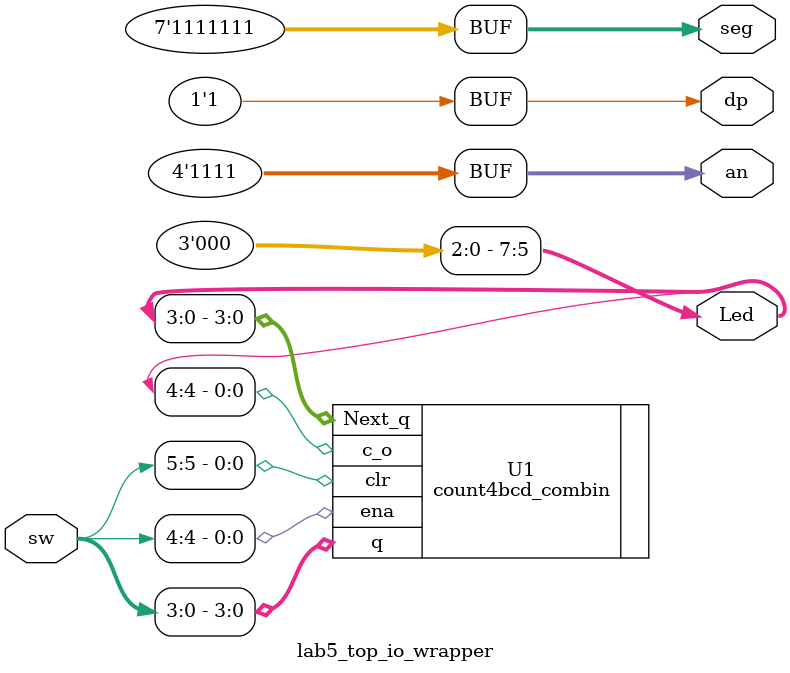
<source format=v>
`timescale 1ns / 1ps
module lab5_top_io_wrapper(
    output [6:0] seg,
    output dp,
    output [3:0] an,
    output [7:0] Led,
    input [5:0] sw
    );
	 
	// --------- outputs ----------
	// shut everything off as a default
	// seven segment decoder with decimal point
	assign seg = 7'b1111111;	// low is on
	assign dp = 4'b1111;	// low is on
	// anodes for each digit
	assign an = 4'b1111;	// low is on
	// regular leds
//	assign Led = 8'b00000000;	// high is on
	assign Led[7:5] = 0;

	// Instantiate the top module
	count4bcd_combin U1 (
		.clr(sw[5]),
		.ena(sw[4]),
		.q(sw[3:0]), 
		.c_o(Led[4]),
		.Next_q(Led[3:0])
	);

endmodule

</source>
